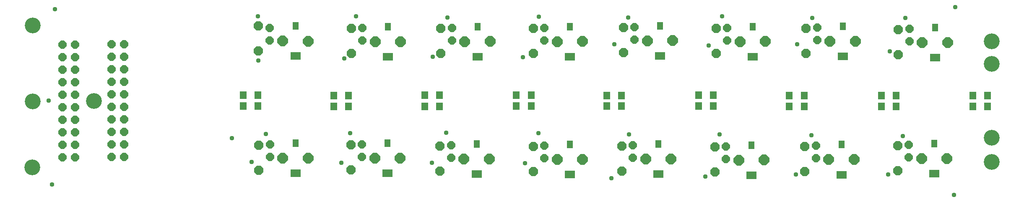
<source format=gbr>
G04 EAGLE Gerber RS-274X export*
G75*
%MOMM*%
%FSLAX34Y34*%
%LPD*%
%INSoldermask Top*%
%IPPOS*%
%AMOC8*
5,1,8,0,0,1.08239X$1,22.5*%
G01*
%ADD10C,3.203200*%
%ADD11R,1.403200X1.603200*%
%ADD12P,1.759533X8X112.500000*%
%ADD13R,1.300000X1.500000*%
%ADD14R,2.100000X1.500000*%
%ADD15P,2.034460X8X292.500000*%
%ADD16P,2.309387X8X22.500000*%
%ADD17C,0.959600*%


D10*
X-245000Y312000D03*
X-122000Y159000D03*
X-245000Y158000D03*
X-246000Y24000D03*
X1691000Y280000D03*
X1691000Y234000D03*
X1691000Y84000D03*
X1691000Y35000D03*
D11*
X179564Y170434D03*
X209564Y170434D03*
X179818Y148336D03*
X209818Y148336D03*
X362698Y170180D03*
X392698Y170180D03*
X362698Y148082D03*
X392698Y148082D03*
X546086Y170688D03*
X576086Y170688D03*
X546086Y148082D03*
X576086Y148082D03*
X731252Y170434D03*
X761252Y170434D03*
X731252Y148336D03*
X761252Y148336D03*
X913878Y170180D03*
X943878Y170180D03*
X913878Y148336D03*
X943878Y148336D03*
X1099298Y170434D03*
X1129298Y170434D03*
X1099298Y148336D03*
X1129298Y148336D03*
X1282432Y170180D03*
X1312432Y170180D03*
X1282432Y148082D03*
X1312432Y148082D03*
X1468106Y170180D03*
X1498106Y170180D03*
X1468106Y147828D03*
X1498106Y147828D03*
X1652739Y169850D03*
X1682739Y169850D03*
X1652739Y147752D03*
X1682739Y147752D03*
D12*
X-86157Y45745D03*
X-60757Y45745D03*
X-86157Y71145D03*
X-60757Y71145D03*
X-86157Y96545D03*
X-60757Y96545D03*
X-86157Y121945D03*
X-60757Y121945D03*
X-86157Y147345D03*
X-60757Y147345D03*
X-86157Y172745D03*
X-60757Y172745D03*
X-86157Y198145D03*
X-60757Y198145D03*
X-86157Y223545D03*
X-60757Y223545D03*
X-86157Y248945D03*
X-60757Y248945D03*
X-86157Y274345D03*
X-60757Y274345D03*
X-184785Y44247D03*
X-159385Y44247D03*
X-184785Y69647D03*
X-159385Y69647D03*
X-184785Y95047D03*
X-159385Y95047D03*
X-184785Y120447D03*
X-159385Y120447D03*
X-184785Y145847D03*
X-159385Y145847D03*
X-184785Y171247D03*
X-159385Y171247D03*
X-184785Y196647D03*
X-159385Y196647D03*
X-184785Y222047D03*
X-159385Y222047D03*
X-184785Y247447D03*
X-159385Y247447D03*
X-184785Y272847D03*
X-159385Y272847D03*
D13*
X285525Y310914D03*
D14*
X285525Y249914D03*
D12*
X233375Y281686D03*
X233375Y307086D03*
D15*
X210515Y311125D03*
X210515Y260325D03*
D13*
X285242Y73172D03*
D14*
X285242Y12172D03*
D12*
X233680Y45212D03*
X233680Y70612D03*
D15*
X211328Y69342D03*
X211328Y18542D03*
D16*
X259588Y42672D03*
X310642Y42926D03*
D13*
X471932Y309646D03*
D14*
X471932Y248646D03*
D12*
X420370Y281686D03*
X420370Y307086D03*
D15*
X398018Y305816D03*
X398018Y255016D03*
D16*
X446278Y279146D03*
X497332Y279400D03*
D13*
X471170Y73426D03*
D14*
X471170Y12426D03*
D12*
X419608Y45466D03*
X419608Y70866D03*
D15*
X397256Y69596D03*
X397256Y18796D03*
D16*
X445516Y42926D03*
X496570Y43180D03*
D13*
X652780Y309900D03*
D14*
X652780Y248900D03*
D12*
X601218Y281940D03*
X601218Y307340D03*
D15*
X578866Y306070D03*
X578866Y255270D03*
D16*
X627126Y279400D03*
X678180Y279654D03*
D13*
X651002Y71394D03*
D14*
X651002Y10394D03*
D12*
X599440Y43434D03*
X599440Y68834D03*
D15*
X577088Y67564D03*
X577088Y16764D03*
D16*
X625348Y40894D03*
X676402Y41148D03*
D13*
X839216Y309900D03*
D14*
X839216Y248900D03*
D12*
X787654Y281940D03*
X787654Y307340D03*
D15*
X765302Y306070D03*
X765302Y255270D03*
D16*
X813562Y279400D03*
X864616Y279654D03*
D13*
X839470Y70632D03*
D14*
X839470Y9632D03*
D12*
X787908Y42672D03*
X787908Y68072D03*
D15*
X765556Y66802D03*
X765556Y16002D03*
D16*
X813816Y40132D03*
X864870Y40386D03*
D13*
X1021334Y311424D03*
D14*
X1021334Y250424D03*
D12*
X969772Y283464D03*
X969772Y308864D03*
D15*
X947420Y307594D03*
X947420Y256794D03*
D16*
X995680Y280924D03*
X1046734Y281178D03*
D13*
X1018032Y71394D03*
D14*
X1018032Y10394D03*
D12*
X966470Y43434D03*
X966470Y68834D03*
D15*
X944118Y67564D03*
X944118Y16764D03*
D16*
X992378Y40894D03*
X1043432Y41148D03*
D13*
X1208532Y309900D03*
D14*
X1208532Y248900D03*
D12*
X1156970Y281940D03*
X1156970Y307340D03*
D15*
X1134618Y306070D03*
X1134618Y255270D03*
D16*
X1182878Y279400D03*
X1233932Y279654D03*
D13*
X1205992Y69362D03*
D14*
X1205992Y8362D03*
D12*
X1154430Y41402D03*
X1154430Y66802D03*
D15*
X1132078Y65532D03*
X1132078Y14732D03*
D16*
X1180338Y38862D03*
X1231392Y39116D03*
D13*
X1390142Y310154D03*
D14*
X1390142Y249154D03*
D12*
X1338580Y282194D03*
X1338580Y307594D03*
D15*
X1316228Y306324D03*
X1316228Y255524D03*
D16*
X1364488Y279654D03*
X1415542Y279908D03*
D13*
X1387602Y70378D03*
D14*
X1387602Y9378D03*
D12*
X1336040Y42418D03*
X1336040Y67818D03*
D15*
X1313688Y66548D03*
X1313688Y15748D03*
D16*
X1361948Y39878D03*
X1413002Y40132D03*
D13*
X1576578Y307614D03*
D14*
X1576578Y246614D03*
D12*
X1525016Y279654D03*
X1525016Y305054D03*
D15*
X1502664Y303784D03*
X1502664Y252984D03*
D16*
X1550924Y277114D03*
X1601978Y277368D03*
D13*
X1575308Y72156D03*
D14*
X1575308Y11156D03*
D12*
X1523746Y44196D03*
X1523746Y69596D03*
D15*
X1501394Y68326D03*
X1501394Y17526D03*
D16*
X1549654Y41656D03*
X1600708Y41910D03*
X259334Y280416D03*
X311150Y279908D03*
D17*
X210109Y241325D03*
X-213106Y159258D03*
X1617726Y349504D03*
X1516380Y327406D03*
X1328928Y326898D03*
X1146556Y330454D03*
X957072Y328422D03*
X776732Y330200D03*
X591820Y327914D03*
X407670Y330454D03*
X209550Y330962D03*
X156972Y83566D03*
X395986Y93218D03*
X589788Y94234D03*
X775462Y93980D03*
X959104Y91440D03*
X1141476Y90932D03*
X1326896Y89408D03*
X1511554Y87630D03*
X1615186Y-31496D03*
X-200406Y344932D03*
X-206248Y-10160D03*
X225298Y91948D03*
X383540Y245059D03*
X562102Y248234D03*
X744220Y247548D03*
X929132Y273558D03*
X1119378Y271272D03*
X1298448Y273637D03*
X1485189Y259436D03*
X196901Y34900D03*
X377749Y33376D03*
X561137Y33122D03*
X749097Y32360D03*
X923341Y2388D03*
X1113079Y5690D03*
X1482192Y9804D03*
X1295502Y10058D03*
M02*

</source>
